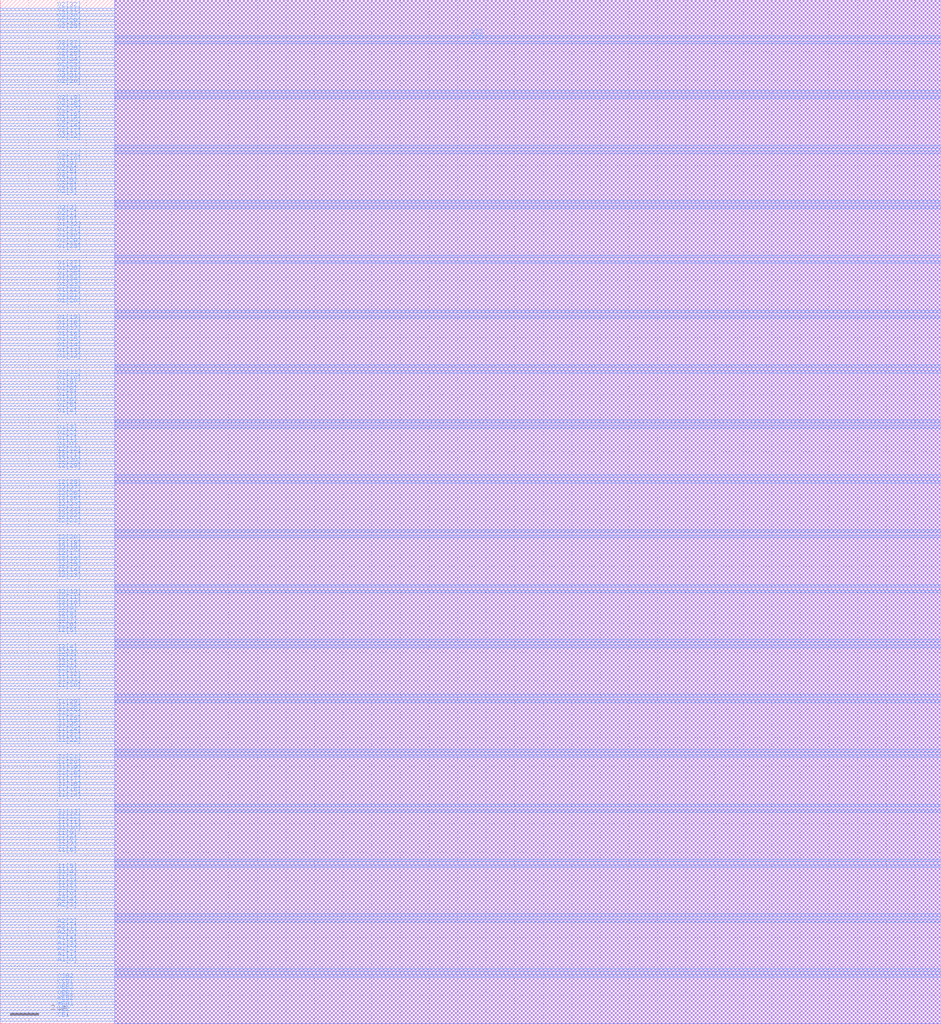
<source format=lef>
VERSION 5.6 ;
BUSBITCHARS "[]" ;
DIVIDERCHAR "/" ;

MACRO SRAM2RW32x33
  CLASS BLOCK ;
  ORIGIN 0 0 ;
  FOREIGN SRAM2RW32x33 0 0 ;
  SIZE 32.928 BY 35.808 ;
  SYMMETRY X Y ;
  SITE coreSite ;
  PIN VDD
    DIRECTION INOUT ;
    USE POWER ;
    PORT 
      LAYER M4 ;
        RECT 0.0 1.632 32.928 1.728 ;
        RECT 0.0 3.552 32.928 3.648 ;
        RECT 0.0 5.472 32.928 5.568 ;
        RECT 0.0 7.392 32.928 7.488 ;
        RECT 0.0 9.312 32.928 9.408 ;
        RECT 0.0 11.232 32.928 11.328 ;
        RECT 0.0 13.152 32.928 13.248 ;
        RECT 0.0 15.072 32.928 15.168 ;
        RECT 0.0 16.992 32.928 17.088 ;
        RECT 0.0 18.912 32.928 19.008 ;
        RECT 0.0 20.832 32.928 20.928 ;
        RECT 0.0 22.752 32.928 22.848 ;
        RECT 0.0 24.672 32.928 24.768 ;
        RECT 0.0 26.592 32.928 26.688 ;
        RECT 0.0 28.512 32.928 28.608 ;
        RECT 0.0 30.432 32.928 30.528 ;
        RECT 0.0 32.352 32.928 32.448 ;
        RECT 0.0 34.272 32.928 34.368 ;
    END 
  END VDD
  PIN VSS
    DIRECTION INOUT ;
    USE GROUND ;
    PORT 
      LAYER M4 ;
        RECT 0.0 1.824 32.928 1.92 ;
        RECT 0.0 3.744 32.928 3.84 ;
        RECT 0.0 5.664 32.928 5.76 ;
        RECT 0.0 7.584 32.928 7.68 ;
        RECT 0.0 9.504 32.928 9.6 ;
        RECT 0.0 11.424 32.928 11.52 ;
        RECT 0.0 13.344 32.928 13.44 ;
        RECT 0.0 15.264 32.928 15.36 ;
        RECT 0.0 17.184 32.928 17.28 ;
        RECT 0.0 19.104 32.928 19.2 ;
        RECT 0.0 21.024 32.928 21.12 ;
        RECT 0.0 22.944 32.928 23.04 ;
        RECT 0.0 24.864 32.928 24.96 ;
        RECT 0.0 26.784 32.928 26.88 ;
        RECT 0.0 28.704 32.928 28.8 ;
        RECT 0.0 30.624 32.928 30.72 ;
        RECT 0.0 32.544 32.928 32.64 ;
        RECT 0.0 34.464 32.928 34.56 ;
    END 
  END VSS
  PIN CE1
    DIRECTION INPUT ;
    USE SIGNAL ;
    PORT 
      LAYER M4 ;
        RECT 0.0 0.096 4.0 0.192 ;
    END 
  END CE1
  PIN CE2
    DIRECTION INPUT ;
    USE SIGNAL ;
    PORT 
      LAYER M4 ;
        RECT 0.0 0.288 4.0 0.384 ;
    END 
  END CE2
  PIN WEB1
    DIRECTION INPUT ;
    USE SIGNAL ;
    PORT 
      LAYER M4 ;
        RECT 0.0 0.48 4.0 0.576 ;
    END 
  END WEB1
  PIN WEB2
    DIRECTION INPUT ;
    USE SIGNAL ;
    PORT 
      LAYER M4 ;
        RECT 0.0 0.672 4.0 0.768 ;
    END 
  END WEB2
  PIN OEB1
    DIRECTION INPUT ;
    USE SIGNAL ;
    PORT 
      LAYER M4 ;
        RECT 0.0 0.864 4.0 0.96 ;
    END 
  END OEB1
  PIN OEB2
    DIRECTION INPUT ;
    USE SIGNAL ;
    PORT 
      LAYER M4 ;
        RECT 0.0 1.056 4.0 1.152 ;
    END 
  END OEB2
  PIN CSB1
    DIRECTION INPUT ;
    USE SIGNAL ;
    PORT 
      LAYER M4 ;
        RECT 0.0 1.248 4.0 1.344 ;
    END 
  END CSB1
  PIN CSB2
    DIRECTION INPUT ;
    USE SIGNAL ;
    PORT 
      LAYER M4 ;
        RECT 0.0 1.44 4.0 1.536 ;
    END 
  END CSB2
  PIN A1[0]
    DIRECTION INPUT ;
    USE SIGNAL ;
    PORT 
      LAYER M4 ;
        RECT 0.0 2.016 4.0 2.112 ;
    END 
  END A1[0]
  PIN A1[1]
    DIRECTION INPUT ;
    USE SIGNAL ;
    PORT 
      LAYER M4 ;
        RECT 0.0 2.208 4.0 2.304 ;
    END 
  END A1[1]
  PIN A1[2]
    DIRECTION INPUT ;
    USE SIGNAL ;
    PORT 
      LAYER M4 ;
        RECT 0.0 2.4 4.0 2.496 ;
    END 
  END A1[2]
  PIN A1[3]
    DIRECTION INPUT ;
    USE SIGNAL ;
    PORT 
      LAYER M4 ;
        RECT 0.0 2.592 4.0 2.688 ;
    END 
  END A1[3]
  PIN A1[4]
    DIRECTION INPUT ;
    USE SIGNAL ;
    PORT 
      LAYER M4 ;
        RECT 0.0 2.784 4.0 2.88 ;
    END 
  END A1[4]
  PIN A2[0]
    DIRECTION INPUT ;
    USE SIGNAL ;
    PORT 
      LAYER M4 ;
        RECT 0.0 2.976 4.0 3.072 ;
    END 
  END A2[0]
  PIN A2[1]
    DIRECTION INPUT ;
    USE SIGNAL ;
    PORT 
      LAYER M4 ;
        RECT 0.0 3.168 4.0 3.264 ;
    END 
  END A2[1]
  PIN A2[2]
    DIRECTION INPUT ;
    USE SIGNAL ;
    PORT 
      LAYER M4 ;
        RECT 0.0 3.36 4.0 3.456 ;
    END 
  END A2[2]
  PIN A2[3]
    DIRECTION INPUT ;
    USE SIGNAL ;
    PORT 
      LAYER M4 ;
        RECT 0.0 3.936 4.0 4.032 ;
    END 
  END A2[3]
  PIN A2[4]
    DIRECTION INPUT ;
    USE SIGNAL ;
    PORT 
      LAYER M4 ;
        RECT 0.0 4.128 4.0 4.224 ;
    END 
  END A2[4]
  PIN I1[0]
    DIRECTION INPUT ;
    USE SIGNAL ;
    PORT 
      LAYER M4 ;
        RECT 0.0 4.32 4.0 4.416 ;
    END 
  END I1[0]
  PIN I1[1]
    DIRECTION INPUT ;
    USE SIGNAL ;
    PORT 
      LAYER M4 ;
        RECT 0.0 4.512 4.0 4.608 ;
    END 
  END I1[1]
  PIN I1[2]
    DIRECTION INPUT ;
    USE SIGNAL ;
    PORT 
      LAYER M4 ;
        RECT 0.0 4.704 4.0 4.8 ;
    END 
  END I1[2]
  PIN I1[3]
    DIRECTION INPUT ;
    USE SIGNAL ;
    PORT 
      LAYER M4 ;
        RECT 0.0 4.896 4.0 4.992 ;
    END 
  END I1[3]
  PIN I1[4]
    DIRECTION INPUT ;
    USE SIGNAL ;
    PORT 
      LAYER M4 ;
        RECT 0.0 5.088 4.0 5.184 ;
    END 
  END I1[4]
  PIN I1[5]
    DIRECTION INPUT ;
    USE SIGNAL ;
    PORT 
      LAYER M4 ;
        RECT 0.0 5.28 4.0 5.376 ;
    END 
  END I1[5]
  PIN I1[6]
    DIRECTION INPUT ;
    USE SIGNAL ;
    PORT 
      LAYER M4 ;
        RECT 0.0 5.856 4.0 5.952 ;
    END 
  END I1[6]
  PIN I1[7]
    DIRECTION INPUT ;
    USE SIGNAL ;
    PORT 
      LAYER M4 ;
        RECT 0.0 6.048 4.0 6.144 ;
    END 
  END I1[7]
  PIN I1[8]
    DIRECTION INPUT ;
    USE SIGNAL ;
    PORT 
      LAYER M4 ;
        RECT 0.0 6.24 4.0 6.336 ;
    END 
  END I1[8]
  PIN I1[9]
    DIRECTION INPUT ;
    USE SIGNAL ;
    PORT 
      LAYER M4 ;
        RECT 0.0 6.432 4.0 6.528 ;
    END 
  END I1[9]
  PIN I1[10]
    DIRECTION INPUT ;
    USE SIGNAL ;
    PORT 
      LAYER M4 ;
        RECT 0.0 6.624 4.0 6.72 ;
    END 
  END I1[10]
  PIN I1[11]
    DIRECTION INPUT ;
    USE SIGNAL ;
    PORT 
      LAYER M4 ;
        RECT 0.0 6.816 4.0 6.912 ;
    END 
  END I1[11]
  PIN I1[12]
    DIRECTION INPUT ;
    USE SIGNAL ;
    PORT 
      LAYER M4 ;
        RECT 0.0 7.008 4.0 7.104 ;
    END 
  END I1[12]
  PIN I1[13]
    DIRECTION INPUT ;
    USE SIGNAL ;
    PORT 
      LAYER M4 ;
        RECT 0.0 7.2 4.0 7.296 ;
    END 
  END I1[13]
  PIN I1[14]
    DIRECTION INPUT ;
    USE SIGNAL ;
    PORT 
      LAYER M4 ;
        RECT 0.0 7.776 4.0 7.872 ;
    END 
  END I1[14]
  PIN I1[15]
    DIRECTION INPUT ;
    USE SIGNAL ;
    PORT 
      LAYER M4 ;
        RECT 0.0 7.968 4.0 8.064 ;
    END 
  END I1[15]
  PIN I1[16]
    DIRECTION INPUT ;
    USE SIGNAL ;
    PORT 
      LAYER M4 ;
        RECT 0.0 8.16 4.0 8.256 ;
    END 
  END I1[16]
  PIN I1[17]
    DIRECTION INPUT ;
    USE SIGNAL ;
    PORT 
      LAYER M4 ;
        RECT 0.0 8.352 4.0 8.448 ;
    END 
  END I1[17]
  PIN I1[18]
    DIRECTION INPUT ;
    USE SIGNAL ;
    PORT 
      LAYER M4 ;
        RECT 0.0 8.544 4.0 8.64 ;
    END 
  END I1[18]
  PIN I1[19]
    DIRECTION INPUT ;
    USE SIGNAL ;
    PORT 
      LAYER M4 ;
        RECT 0.0 8.736 4.0 8.832 ;
    END 
  END I1[19]
  PIN I1[20]
    DIRECTION INPUT ;
    USE SIGNAL ;
    PORT 
      LAYER M4 ;
        RECT 0.0 8.928 4.0 9.024 ;
    END 
  END I1[20]
  PIN I1[21]
    DIRECTION INPUT ;
    USE SIGNAL ;
    PORT 
      LAYER M4 ;
        RECT 0.0 9.12 4.0 9.216 ;
    END 
  END I1[21]
  PIN I1[22]
    DIRECTION INPUT ;
    USE SIGNAL ;
    PORT 
      LAYER M4 ;
        RECT 0.0 9.696 4.0 9.792 ;
    END 
  END I1[22]
  PIN I1[23]
    DIRECTION INPUT ;
    USE SIGNAL ;
    PORT 
      LAYER M4 ;
        RECT 0.0 9.888 4.0 9.984 ;
    END 
  END I1[23]
  PIN I1[24]
    DIRECTION INPUT ;
    USE SIGNAL ;
    PORT 
      LAYER M4 ;
        RECT 0.0 10.08 4.0 10.176 ;
    END 
  END I1[24]
  PIN I1[25]
    DIRECTION INPUT ;
    USE SIGNAL ;
    PORT 
      LAYER M4 ;
        RECT 0.0 10.272 4.0 10.368 ;
    END 
  END I1[25]
  PIN I1[26]
    DIRECTION INPUT ;
    USE SIGNAL ;
    PORT 
      LAYER M4 ;
        RECT 0.0 10.464 4.0 10.56 ;
    END 
  END I1[26]
  PIN I1[27]
    DIRECTION INPUT ;
    USE SIGNAL ;
    PORT 
      LAYER M4 ;
        RECT 0.0 10.656 4.0 10.752 ;
    END 
  END I1[27]
  PIN I1[28]
    DIRECTION INPUT ;
    USE SIGNAL ;
    PORT 
      LAYER M4 ;
        RECT 0.0 10.848 4.0 10.944 ;
    END 
  END I1[28]
  PIN I1[29]
    DIRECTION INPUT ;
    USE SIGNAL ;
    PORT 
      LAYER M4 ;
        RECT 0.0 11.04 4.0 11.136 ;
    END 
  END I1[29]
  PIN I1[30]
    DIRECTION INPUT ;
    USE SIGNAL ;
    PORT 
      LAYER M4 ;
        RECT 0.0 11.616 4.0 11.712 ;
    END 
  END I1[30]
  PIN I1[31]
    DIRECTION INPUT ;
    USE SIGNAL ;
    PORT 
      LAYER M4 ;
        RECT 0.0 11.808 4.0 11.904 ;
    END 
  END I1[31]
  PIN I1[32]
    DIRECTION INPUT ;
    USE SIGNAL ;
    PORT 
      LAYER M4 ;
        RECT 0.0 12.0 4.0 12.096 ;
    END 
  END I1[32]
  PIN I2[0]
    DIRECTION INPUT ;
    USE SIGNAL ;
    PORT 
      LAYER M4 ;
        RECT 0.0 12.192 4.0 12.288 ;
    END 
  END I2[0]
  PIN I2[1]
    DIRECTION INPUT ;
    USE SIGNAL ;
    PORT 
      LAYER M4 ;
        RECT 0.0 12.384 4.0 12.48 ;
    END 
  END I2[1]
  PIN I2[2]
    DIRECTION INPUT ;
    USE SIGNAL ;
    PORT 
      LAYER M4 ;
        RECT 0.0 12.576 4.0 12.672 ;
    END 
  END I2[2]
  PIN I2[3]
    DIRECTION INPUT ;
    USE SIGNAL ;
    PORT 
      LAYER M4 ;
        RECT 0.0 12.768 4.0 12.864 ;
    END 
  END I2[3]
  PIN I2[4]
    DIRECTION INPUT ;
    USE SIGNAL ;
    PORT 
      LAYER M4 ;
        RECT 0.0 12.96 4.0 13.056 ;
    END 
  END I2[4]
  PIN I2[5]
    DIRECTION INPUT ;
    USE SIGNAL ;
    PORT 
      LAYER M4 ;
        RECT 0.0 13.536 4.0 13.632 ;
    END 
  END I2[5]
  PIN I2[6]
    DIRECTION INPUT ;
    USE SIGNAL ;
    PORT 
      LAYER M4 ;
        RECT 0.0 13.728 4.0 13.824 ;
    END 
  END I2[6]
  PIN I2[7]
    DIRECTION INPUT ;
    USE SIGNAL ;
    PORT 
      LAYER M4 ;
        RECT 0.0 13.92 4.0 14.016 ;
    END 
  END I2[7]
  PIN I2[8]
    DIRECTION INPUT ;
    USE SIGNAL ;
    PORT 
      LAYER M4 ;
        RECT 0.0 14.112 4.0 14.208 ;
    END 
  END I2[8]
  PIN I2[9]
    DIRECTION INPUT ;
    USE SIGNAL ;
    PORT 
      LAYER M4 ;
        RECT 0.0 14.304 4.0 14.4 ;
    END 
  END I2[9]
  PIN I2[10]
    DIRECTION INPUT ;
    USE SIGNAL ;
    PORT 
      LAYER M4 ;
        RECT 0.0 14.496 4.0 14.592 ;
    END 
  END I2[10]
  PIN I2[11]
    DIRECTION INPUT ;
    USE SIGNAL ;
    PORT 
      LAYER M4 ;
        RECT 0.0 14.688 4.0 14.784 ;
    END 
  END I2[11]
  PIN I2[12]
    DIRECTION INPUT ;
    USE SIGNAL ;
    PORT 
      LAYER M4 ;
        RECT 0.0 14.88 4.0 14.976 ;
    END 
  END I2[12]
  PIN I2[13]
    DIRECTION INPUT ;
    USE SIGNAL ;
    PORT 
      LAYER M4 ;
        RECT 0.0 15.456 4.0 15.552 ;
    END 
  END I2[13]
  PIN I2[14]
    DIRECTION INPUT ;
    USE SIGNAL ;
    PORT 
      LAYER M4 ;
        RECT 0.0 15.648 4.0 15.744 ;
    END 
  END I2[14]
  PIN I2[15]
    DIRECTION INPUT ;
    USE SIGNAL ;
    PORT 
      LAYER M4 ;
        RECT 0.0 15.84 4.0 15.936 ;
    END 
  END I2[15]
  PIN I2[16]
    DIRECTION INPUT ;
    USE SIGNAL ;
    PORT 
      LAYER M4 ;
        RECT 0.0 16.032 4.0 16.128 ;
    END 
  END I2[16]
  PIN I2[17]
    DIRECTION INPUT ;
    USE SIGNAL ;
    PORT 
      LAYER M4 ;
        RECT 0.0 16.224 4.0 16.32 ;
    END 
  END I2[17]
  PIN I2[18]
    DIRECTION INPUT ;
    USE SIGNAL ;
    PORT 
      LAYER M4 ;
        RECT 0.0 16.416 4.0 16.512 ;
    END 
  END I2[18]
  PIN I2[19]
    DIRECTION INPUT ;
    USE SIGNAL ;
    PORT 
      LAYER M4 ;
        RECT 0.0 16.608 4.0 16.704 ;
    END 
  END I2[19]
  PIN I2[20]
    DIRECTION INPUT ;
    USE SIGNAL ;
    PORT 
      LAYER M4 ;
        RECT 0.0 16.8 4.0 16.896 ;
    END 
  END I2[20]
  PIN I2[21]
    DIRECTION INPUT ;
    USE SIGNAL ;
    PORT 
      LAYER M4 ;
        RECT 0.0 17.376 4.0 17.472 ;
    END 
  END I2[21]
  PIN I2[22]
    DIRECTION INPUT ;
    USE SIGNAL ;
    PORT 
      LAYER M4 ;
        RECT 0.0 17.568 4.0 17.664 ;
    END 
  END I2[22]
  PIN I2[23]
    DIRECTION INPUT ;
    USE SIGNAL ;
    PORT 
      LAYER M4 ;
        RECT 0.0 17.76 4.0 17.856 ;
    END 
  END I2[23]
  PIN I2[24]
    DIRECTION INPUT ;
    USE SIGNAL ;
    PORT 
      LAYER M4 ;
        RECT 0.0 17.952 4.0 18.048 ;
    END 
  END I2[24]
  PIN I2[25]
    DIRECTION INPUT ;
    USE SIGNAL ;
    PORT 
      LAYER M4 ;
        RECT 0.0 18.144 4.0 18.24 ;
    END 
  END I2[25]
  PIN I2[26]
    DIRECTION INPUT ;
    USE SIGNAL ;
    PORT 
      LAYER M4 ;
        RECT 0.0 18.336 4.0 18.432 ;
    END 
  END I2[26]
  PIN I2[27]
    DIRECTION INPUT ;
    USE SIGNAL ;
    PORT 
      LAYER M4 ;
        RECT 0.0 18.528 4.0 18.624 ;
    END 
  END I2[27]
  PIN I2[28]
    DIRECTION INPUT ;
    USE SIGNAL ;
    PORT 
      LAYER M4 ;
        RECT 0.0 18.72 4.0 18.816 ;
    END 
  END I2[28]
  PIN I2[29]
    DIRECTION INPUT ;
    USE SIGNAL ;
    PORT 
      LAYER M4 ;
        RECT 0.0 19.296 4.0 19.392 ;
    END 
  END I2[29]
  PIN I2[30]
    DIRECTION INPUT ;
    USE SIGNAL ;
    PORT 
      LAYER M4 ;
        RECT 0.0 19.488 4.0 19.584 ;
    END 
  END I2[30]
  PIN I2[31]
    DIRECTION INPUT ;
    USE SIGNAL ;
    PORT 
      LAYER M4 ;
        RECT 0.0 19.68 4.0 19.776 ;
    END 
  END I2[31]
  PIN I2[32]
    DIRECTION INPUT ;
    USE SIGNAL ;
    PORT 
      LAYER M4 ;
        RECT 0.0 19.872 4.0 19.968 ;
    END 
  END I2[32]
  PIN O1[0]
    DIRECTION OUTPUT ;
    USE SIGNAL ;
    PORT 
      LAYER M4 ;
        RECT 0.0 20.064 4.0 20.16 ;
    END 
  END O1[0]
  PIN O1[1]
    DIRECTION OUTPUT ;
    USE SIGNAL ;
    PORT 
      LAYER M4 ;
        RECT 0.0 20.256 4.0 20.352 ;
    END 
  END O1[1]
  PIN O1[2]
    DIRECTION OUTPUT ;
    USE SIGNAL ;
    PORT 
      LAYER M4 ;
        RECT 0.0 20.448 4.0 20.544 ;
    END 
  END O1[2]
  PIN O1[3]
    DIRECTION OUTPUT ;
    USE SIGNAL ;
    PORT 
      LAYER M4 ;
        RECT 0.0 20.64 4.0 20.736 ;
    END 
  END O1[3]
  PIN O1[4]
    DIRECTION OUTPUT ;
    USE SIGNAL ;
    PORT 
      LAYER M4 ;
        RECT 0.0 21.216 4.0 21.312 ;
    END 
  END O1[4]
  PIN O1[5]
    DIRECTION OUTPUT ;
    USE SIGNAL ;
    PORT 
      LAYER M4 ;
        RECT 0.0 21.408 4.0 21.504 ;
    END 
  END O1[5]
  PIN O1[6]
    DIRECTION OUTPUT ;
    USE SIGNAL ;
    PORT 
      LAYER M4 ;
        RECT 0.0 21.6 4.0 21.696 ;
    END 
  END O1[6]
  PIN O1[7]
    DIRECTION OUTPUT ;
    USE SIGNAL ;
    PORT 
      LAYER M4 ;
        RECT 0.0 21.792 4.0 21.888 ;
    END 
  END O1[7]
  PIN O1[8]
    DIRECTION OUTPUT ;
    USE SIGNAL ;
    PORT 
      LAYER M4 ;
        RECT 0.0 21.984 4.0 22.08 ;
    END 
  END O1[8]
  PIN O1[9]
    DIRECTION OUTPUT ;
    USE SIGNAL ;
    PORT 
      LAYER M4 ;
        RECT 0.0 22.176 4.0 22.272 ;
    END 
  END O1[9]
  PIN O1[10]
    DIRECTION OUTPUT ;
    USE SIGNAL ;
    PORT 
      LAYER M4 ;
        RECT 0.0 22.368 4.0 22.464 ;
    END 
  END O1[10]
  PIN O1[11]
    DIRECTION OUTPUT ;
    USE SIGNAL ;
    PORT 
      LAYER M4 ;
        RECT 0.0 22.56 4.0 22.656 ;
    END 
  END O1[11]
  PIN O1[12]
    DIRECTION OUTPUT ;
    USE SIGNAL ;
    PORT 
      LAYER M4 ;
        RECT 0.0 23.136 4.0 23.232 ;
    END 
  END O1[12]
  PIN O1[13]
    DIRECTION OUTPUT ;
    USE SIGNAL ;
    PORT 
      LAYER M4 ;
        RECT 0.0 23.328 4.0 23.424 ;
    END 
  END O1[13]
  PIN O1[14]
    DIRECTION OUTPUT ;
    USE SIGNAL ;
    PORT 
      LAYER M4 ;
        RECT 0.0 23.52 4.0 23.616 ;
    END 
  END O1[14]
  PIN O1[15]
    DIRECTION OUTPUT ;
    USE SIGNAL ;
    PORT 
      LAYER M4 ;
        RECT 0.0 23.712 4.0 23.808 ;
    END 
  END O1[15]
  PIN O1[16]
    DIRECTION OUTPUT ;
    USE SIGNAL ;
    PORT 
      LAYER M4 ;
        RECT 0.0 23.904 4.0 24.0 ;
    END 
  END O1[16]
  PIN O1[17]
    DIRECTION OUTPUT ;
    USE SIGNAL ;
    PORT 
      LAYER M4 ;
        RECT 0.0 24.096 4.0 24.192 ;
    END 
  END O1[17]
  PIN O1[18]
    DIRECTION OUTPUT ;
    USE SIGNAL ;
    PORT 
      LAYER M4 ;
        RECT 0.0 24.288 4.0 24.384 ;
    END 
  END O1[18]
  PIN O1[19]
    DIRECTION OUTPUT ;
    USE SIGNAL ;
    PORT 
      LAYER M4 ;
        RECT 0.0 24.48 4.0 24.576 ;
    END 
  END O1[19]
  PIN O1[20]
    DIRECTION OUTPUT ;
    USE SIGNAL ;
    PORT 
      LAYER M4 ;
        RECT 0.0 25.056 4.0 25.152 ;
    END 
  END O1[20]
  PIN O1[21]
    DIRECTION OUTPUT ;
    USE SIGNAL ;
    PORT 
      LAYER M4 ;
        RECT 0.0 25.248 4.0 25.344 ;
    END 
  END O1[21]
  PIN O1[22]
    DIRECTION OUTPUT ;
    USE SIGNAL ;
    PORT 
      LAYER M4 ;
        RECT 0.0 25.44 4.0 25.536 ;
    END 
  END O1[22]
  PIN O1[23]
    DIRECTION OUTPUT ;
    USE SIGNAL ;
    PORT 
      LAYER M4 ;
        RECT 0.0 25.632 4.0 25.728 ;
    END 
  END O1[23]
  PIN O1[24]
    DIRECTION OUTPUT ;
    USE SIGNAL ;
    PORT 
      LAYER M4 ;
        RECT 0.0 25.824 4.0 25.92 ;
    END 
  END O1[24]
  PIN O1[25]
    DIRECTION OUTPUT ;
    USE SIGNAL ;
    PORT 
      LAYER M4 ;
        RECT 0.0 26.016 4.0 26.112 ;
    END 
  END O1[25]
  PIN O1[26]
    DIRECTION OUTPUT ;
    USE SIGNAL ;
    PORT 
      LAYER M4 ;
        RECT 0.0 26.208 4.0 26.304 ;
    END 
  END O1[26]
  PIN O1[27]
    DIRECTION OUTPUT ;
    USE SIGNAL ;
    PORT 
      LAYER M4 ;
        RECT 0.0 26.4 4.0 26.496 ;
    END 
  END O1[27]
  PIN O1[28]
    DIRECTION OUTPUT ;
    USE SIGNAL ;
    PORT 
      LAYER M4 ;
        RECT 0.0 26.976 4.0 27.072 ;
    END 
  END O1[28]
  PIN O1[29]
    DIRECTION OUTPUT ;
    USE SIGNAL ;
    PORT 
      LAYER M4 ;
        RECT 0.0 27.168 4.0 27.264 ;
    END 
  END O1[29]
  PIN O1[30]
    DIRECTION OUTPUT ;
    USE SIGNAL ;
    PORT 
      LAYER M4 ;
        RECT 0.0 27.36 4.0 27.456 ;
    END 
  END O1[30]
  PIN O1[31]
    DIRECTION OUTPUT ;
    USE SIGNAL ;
    PORT 
      LAYER M4 ;
        RECT 0.0 27.552 4.0 27.648 ;
    END 
  END O1[31]
  PIN O1[32]
    DIRECTION OUTPUT ;
    USE SIGNAL ;
    PORT 
      LAYER M4 ;
        RECT 0.0 27.744 4.0 27.84 ;
    END 
  END O1[32]
  PIN O2[0]
    DIRECTION OUTPUT ;
    USE SIGNAL ;
    PORT 
      LAYER M4 ;
        RECT 0.0 27.936 4.0 28.032 ;
    END 
  END O2[0]
  PIN O2[1]
    DIRECTION OUTPUT ;
    USE SIGNAL ;
    PORT 
      LAYER M4 ;
        RECT 0.0 28.128 4.0 28.224 ;
    END 
  END O2[1]
  PIN O2[2]
    DIRECTION OUTPUT ;
    USE SIGNAL ;
    PORT 
      LAYER M4 ;
        RECT 0.0 28.32 4.0 28.416 ;
    END 
  END O2[2]
  PIN O2[3]
    DIRECTION OUTPUT ;
    USE SIGNAL ;
    PORT 
      LAYER M4 ;
        RECT 0.0 28.896 4.0 28.992 ;
    END 
  END O2[3]
  PIN O2[4]
    DIRECTION OUTPUT ;
    USE SIGNAL ;
    PORT 
    END 
  END O2[4]
  PIN O2[5]
    DIRECTION OUTPUT ;
    USE SIGNAL ;
    PORT 
      LAYER M4 ;
        RECT 0.0 29.088 4.0 29.184 ;
    END 
  END O2[5]
  PIN O2[6]
    DIRECTION OUTPUT ;
    USE SIGNAL ;
    PORT 
      LAYER M4 ;
        RECT 0.0 29.28 4.0 29.376 ;
    END 
  END O2[6]
  PIN O2[7]
    DIRECTION OUTPUT ;
    USE SIGNAL ;
    PORT 
      LAYER M4 ;
        RECT 0.0 29.472 4.0 29.568 ;
    END 
  END O2[7]
  PIN O2[8]
    DIRECTION OUTPUT ;
    USE SIGNAL ;
    PORT 
      LAYER M4 ;
        RECT 0.0 29.664 4.0 29.76 ;
    END 
  END O2[8]
  PIN O2[9]
    DIRECTION OUTPUT ;
    USE SIGNAL ;
    PORT 
      LAYER M4 ;
        RECT 0.0 29.856 4.0 29.952 ;
    END 
  END O2[9]
  PIN O2[10]
    DIRECTION OUTPUT ;
    USE SIGNAL ;
    PORT 
      LAYER M4 ;
        RECT 0.0 30.048 4.0 30.144 ;
    END 
  END O2[10]
  PIN O2[11]
    DIRECTION OUTPUT ;
    USE SIGNAL ;
    PORT 
      LAYER M4 ;
        RECT 0.0 30.24 4.0 30.336 ;
    END 
  END O2[11]
  PIN O2[12]
    DIRECTION OUTPUT ;
    USE SIGNAL ;
    PORT 
      LAYER M4 ;
        RECT 0.0 30.816 4.0 30.912 ;
    END 
  END O2[12]
  PIN O2[13]
    DIRECTION OUTPUT ;
    USE SIGNAL ;
    PORT 
      LAYER M4 ;
        RECT 0.0 31.008 4.0 31.104 ;
    END 
  END O2[13]
  PIN O2[14]
    DIRECTION OUTPUT ;
    USE SIGNAL ;
    PORT 
      LAYER M4 ;
        RECT 0.0 31.2 4.0 31.296 ;
    END 
  END O2[14]
  PIN O2[15]
    DIRECTION OUTPUT ;
    USE SIGNAL ;
    PORT 
      LAYER M4 ;
        RECT 0.0 31.392 4.0 31.488 ;
    END 
  END O2[15]
  PIN O2[16]
    DIRECTION OUTPUT ;
    USE SIGNAL ;
    PORT 
      LAYER M4 ;
        RECT 0.0 31.584 4.0 31.68 ;
    END 
  END O2[16]
  PIN O2[17]
    DIRECTION OUTPUT ;
    USE SIGNAL ;
    PORT 
      LAYER M4 ;
        RECT 0.0 31.776 4.0 31.872 ;
    END 
  END O2[17]
  PIN O2[18]
    DIRECTION OUTPUT ;
    USE SIGNAL ;
    PORT 
      LAYER M4 ;
        RECT 0.0 31.968 4.0 32.064 ;
    END 
  END O2[18]
  PIN O2[19]
    DIRECTION OUTPUT ;
    USE SIGNAL ;
    PORT 
      LAYER M4 ;
        RECT 0.0 32.16 4.0 32.256 ;
    END 
  END O2[19]
  PIN O2[20]
    DIRECTION OUTPUT ;
    USE SIGNAL ;
    PORT 
      LAYER M4 ;
        RECT 0.0 32.736 4.0 32.832 ;
    END 
  END O2[20]
  PIN O2[21]
    DIRECTION OUTPUT ;
    USE SIGNAL ;
    PORT 
      LAYER M4 ;
        RECT 0.0 32.928 4.0 33.024 ;
    END 
  END O2[21]
  PIN O2[22]
    DIRECTION OUTPUT ;
    USE SIGNAL ;
    PORT 
      LAYER M4 ;
        RECT 0.0 33.12 4.0 33.216 ;
    END 
  END O2[22]
  PIN O2[23]
    DIRECTION OUTPUT ;
    USE SIGNAL ;
    PORT 
      LAYER M4 ;
        RECT 0.0 33.312 4.0 33.408 ;
    END 
  END O2[23]
  PIN O2[24]
    DIRECTION OUTPUT ;
    USE SIGNAL ;
    PORT 
      LAYER M4 ;
        RECT 0.0 33.504 4.0 33.6 ;
    END 
  END O2[24]
  PIN O2[25]
    DIRECTION OUTPUT ;
    USE SIGNAL ;
    PORT 
      LAYER M4 ;
        RECT 0.0 33.696 4.0 33.792 ;
    END 
  END O2[25]
  PIN O2[26]
    DIRECTION OUTPUT ;
    USE SIGNAL ;
    PORT 
      LAYER M4 ;
        RECT 0.0 33.888 4.0 33.984 ;
    END 
  END O2[26]
  PIN O2[27]
    DIRECTION OUTPUT ;
    USE SIGNAL ;
    PORT 
      LAYER M4 ;
        RECT 0.0 34.08 4.0 34.176 ;
    END 
  END O2[27]
  PIN O2[28]
    DIRECTION OUTPUT ;
    USE SIGNAL ;
    PORT 
      LAYER M4 ;
        RECT 0.0 34.656 4.0 34.752 ;
    END 
  END O2[28]
  PIN O2[29]
    DIRECTION OUTPUT ;
    USE SIGNAL ;
    PORT 
      LAYER M4 ;
        RECT 0.0 34.848 4.0 34.944 ;
    END 
  END O2[29]
  PIN O2[30]
    DIRECTION OUTPUT ;
    USE SIGNAL ;
    PORT 
      LAYER M4 ;
        RECT 0.0 35.04 4.0 35.136 ;
    END 
  END O2[30]
  PIN O2[31]
    DIRECTION OUTPUT ;
    USE SIGNAL ;
    PORT 
      LAYER M4 ;
        RECT 0.0 35.232 4.0 35.328 ;
    END 
  END O2[31]
  PIN O2[32]
    DIRECTION OUTPUT ;
    USE SIGNAL ;
    PORT 
      LAYER M4 ;
        RECT 0.0 35.424 4.0 35.52 ;
    END 
  END O2[32]
  OBS 
    LAYER M1 ;
      RECT 4.0 0.0 32.928 35.808 ;
    LAYER M2 ;
      RECT 4.0 0.0 32.928 35.808 ;
    LAYER M3 ;
      RECT 4.0 0.0 32.928 35.808 ;
  END 
END SRAM2RW32x33

END LIBRARY
</source>
